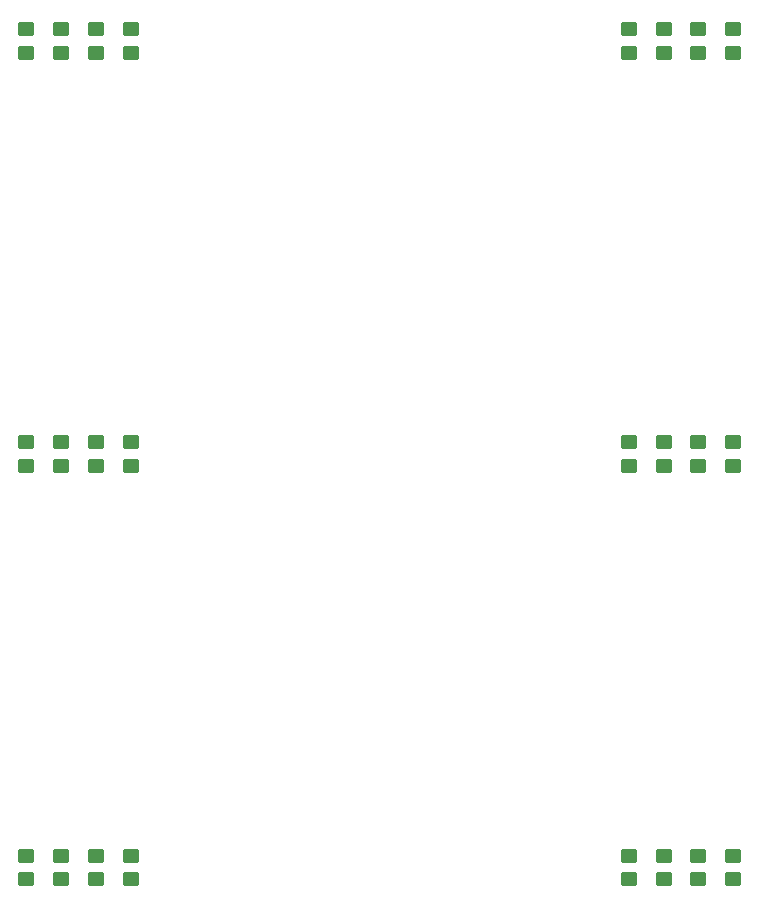
<source format=gbr>
%TF.GenerationSoftware,KiCad,Pcbnew,8.0.3*%
%TF.CreationDate,2025-01-04T22:53:39+02:00*%
%TF.ProjectId,TMF,544d462e-6b69-4636-9164-5f7063625858,rev?*%
%TF.SameCoordinates,Original*%
%TF.FileFunction,Paste,Top*%
%TF.FilePolarity,Positive*%
%FSLAX46Y46*%
G04 Gerber Fmt 4.6, Leading zero omitted, Abs format (unit mm)*
G04 Created by KiCad (PCBNEW 8.0.3) date 2025-01-04 22:53:39*
%MOMM*%
%LPD*%
G01*
G04 APERTURE LIST*
G04 Aperture macros list*
%AMRoundRect*
0 Rectangle with rounded corners*
0 $1 Rounding radius*
0 $2 $3 $4 $5 $6 $7 $8 $9 X,Y pos of 4 corners*
0 Add a 4 corners polygon primitive as box body*
4,1,4,$2,$3,$4,$5,$6,$7,$8,$9,$2,$3,0*
0 Add four circle primitives for the rounded corners*
1,1,$1+$1,$2,$3*
1,1,$1+$1,$4,$5*
1,1,$1+$1,$6,$7*
1,1,$1+$1,$8,$9*
0 Add four rect primitives between the rounded corners*
20,1,$1+$1,$2,$3,$4,$5,0*
20,1,$1+$1,$4,$5,$6,$7,0*
20,1,$1+$1,$6,$7,$8,$9,0*
20,1,$1+$1,$8,$9,$2,$3,0*%
G04 Aperture macros list end*
%ADD10RoundRect,0.250000X-0.450000X0.350000X-0.450000X-0.350000X0.450000X-0.350000X0.450000X0.350000X0*%
G04 APERTURE END LIST*
D10*
%TO.C,R2*%
X170100000Y-105805055D03*
X170100000Y-107805055D03*
%TD*%
%TO.C,R2*%
X170100000Y-70805055D03*
X170100000Y-72805055D03*
%TD*%
%TO.C,R1*%
X173050000Y-70805055D03*
X173050000Y-72805055D03*
%TD*%
%TO.C,R4*%
X164200000Y-70805055D03*
X164200000Y-72805055D03*
%TD*%
%TO.C,R3*%
X167150000Y-105805055D03*
X167150000Y-107805055D03*
%TD*%
%TO.C,R3*%
X116150000Y-105805055D03*
X116150000Y-107805055D03*
%TD*%
%TO.C,R1*%
X173050000Y-140805055D03*
X173050000Y-142805055D03*
%TD*%
%TO.C,R1*%
X122050000Y-70805055D03*
X122050000Y-72805055D03*
%TD*%
%TO.C,R1*%
X122050000Y-140805055D03*
X122050000Y-142805055D03*
%TD*%
%TO.C,R4*%
X113200000Y-140805055D03*
X113200000Y-142805055D03*
%TD*%
%TO.C,R4*%
X164200000Y-140805055D03*
X164200000Y-142805055D03*
%TD*%
%TO.C,R2*%
X170100000Y-140805055D03*
X170100000Y-142805055D03*
%TD*%
%TO.C,R4*%
X113200000Y-70805055D03*
X113200000Y-72805055D03*
%TD*%
%TO.C,R2*%
X119100000Y-140805055D03*
X119100000Y-142805055D03*
%TD*%
%TO.C,R1*%
X173050000Y-105805055D03*
X173050000Y-107805055D03*
%TD*%
%TO.C,R3*%
X167150000Y-70805055D03*
X167150000Y-72805055D03*
%TD*%
%TO.C,R3*%
X116150000Y-70805055D03*
X116150000Y-72805055D03*
%TD*%
%TO.C,R2*%
X119100000Y-105805055D03*
X119100000Y-107805055D03*
%TD*%
%TO.C,R1*%
X122050000Y-105805055D03*
X122050000Y-107805055D03*
%TD*%
%TO.C,R4*%
X113200000Y-105805055D03*
X113200000Y-107805055D03*
%TD*%
%TO.C,R4*%
X164200000Y-105805055D03*
X164200000Y-107805055D03*
%TD*%
%TO.C,R3*%
X116150000Y-140805055D03*
X116150000Y-142805055D03*
%TD*%
%TO.C,R3*%
X167150000Y-140805055D03*
X167150000Y-142805055D03*
%TD*%
%TO.C,R2*%
X119100000Y-70805055D03*
X119100000Y-72805055D03*
%TD*%
M02*

</source>
